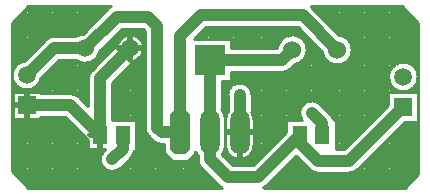
<source format=gtl>
G04*
G04 #@! TF.GenerationSoftware,Altium Limited,Altium Designer,18.1.9 (240)*
G04*
G04 Layer_Physical_Order=1*
G04 Layer_Color=255*
%FSLAX25Y25*%
%MOIN*%
G70*
G01*
G75*
%ADD12C,0.01000*%
G04:AMPARAMS|DCode=14|XSize=150mil|YSize=65mil|CornerRadius=0mil|HoleSize=0mil|Usage=FLASHONLY|Rotation=90.000|XOffset=0mil|YOffset=0mil|HoleType=Round|Shape=Octagon|*
%AMOCTAGOND14*
4,1,8,0.01625,0.07500,-0.01625,0.07500,-0.03250,0.05875,-0.03250,-0.05875,-0.01625,-0.07500,0.01625,-0.07500,0.03250,-0.05875,0.03250,0.05875,0.01625,0.07500,0.0*
%
%ADD14OCTAGOND14*%

%ADD15O,0.06500X0.15000*%
%ADD16R,0.10000X0.10000*%
%ADD17R,0.05118X0.06299*%
%ADD25C,0.02000*%
%ADD26C,0.04000*%
%ADD27R,0.05906X0.05906*%
%ADD28C,0.05906*%
%ADD29C,0.06000*%
%ADD30C,0.04000*%
D12*
X115500Y48000D02*
G03*
X111207Y52950I-5000J0D01*
G01*
X105550Y47293D02*
G03*
X115500Y48000I4950J707D01*
G01*
X137453Y39000D02*
G03*
X137453Y39000I-4953J0D01*
G01*
X100500Y48000D02*
G03*
X90550Y48707I-5000J0D01*
G01*
X96207Y43050D02*
G03*
X100500Y48000I-707J4950D01*
G01*
X92000Y40500D02*
G03*
X94828Y41672I0J4000D01*
G01*
X92000Y40500D02*
G03*
X94828Y41672I0J4000D01*
G01*
X82750Y24750D02*
G03*
X82000Y27312I-4750J0D01*
G01*
Y33000D02*
G03*
X74000Y33000I-4000J0D01*
G01*
X73250Y24750D02*
G03*
X72000Y28150I-5250J0D01*
G01*
X104828Y29828D02*
G03*
X98763Y24650I-2828J-2828D01*
G01*
X104828Y29828D02*
G03*
X98763Y24650I-2828J-2828D01*
G01*
X109331D02*
G03*
X108328Y26328I-3831J-1150D01*
G01*
X109331Y24650D02*
G03*
X108328Y26328I-3831J-1150D01*
G01*
X114500Y7000D02*
G03*
X117328Y8172I0J4000D01*
G01*
X114500Y7000D02*
G03*
X117328Y8172I0J4000D01*
G01*
X74000Y27312D02*
G03*
X73250Y24750I4000J-2562D01*
G01*
Y16250D02*
G03*
X82750Y16250I4750J0D01*
G01*
X72138Y13019D02*
G03*
X73250Y16250I-4138J3231D01*
G01*
X101172Y8172D02*
G03*
X104000Y7000I2828J2828D01*
G01*
X101172Y8172D02*
G03*
X104000Y7000I2828J2828D01*
G01*
X85956Y2000D02*
G03*
X86848Y2672I-1936J3500D01*
G01*
X85956Y2000D02*
G03*
X86848Y2672I-1936J3500D01*
G01*
X71172D02*
G03*
X72063Y2000I2828J2828D01*
G01*
X71172Y2672D02*
G03*
X72063Y2000I2828J2828D01*
G01*
X35063Y62500D02*
G03*
X34172Y61828I1936J-3500D01*
G01*
X35063Y62500D02*
G03*
X34172Y61828I1936J-3500D01*
G01*
X46000Y48500D02*
G03*
X37214Y49871I-4500J0D01*
G01*
X42871Y44214D02*
G03*
X46000Y48500I-1371J4286D01*
G01*
X23500Y44500D02*
G03*
X31450Y47793I3000J4000D01*
G01*
X28691Y41348D02*
G03*
X27520Y38520I2828J-2828D01*
G01*
X28691Y41348D02*
G03*
X27520Y38520I2828J-2828D01*
G01*
X25793Y53450D02*
G03*
X23500Y52500I707J-4950D01*
G01*
X16000D02*
G03*
X13172Y51328I0J-4000D01*
G01*
X16000Y52500D02*
G03*
X13172Y51328I0J-4000D01*
G01*
X24348Y32328D02*
G03*
X21520Y33500I-2828J-2828D01*
G01*
X24348Y32328D02*
G03*
X21520Y33500I-2828J-2828D01*
G01*
X6237Y44394D02*
G03*
X11894Y38737I763J-4894D01*
G01*
X49172Y17671D02*
G03*
X52000Y16500I2828J2828D01*
G01*
X46500Y22000D02*
G03*
X47672Y19172I4000J0D01*
G01*
X49172Y17671D02*
G03*
X52000Y16500I2828J2828D01*
G01*
X46500Y22000D02*
G03*
X47672Y19172I4000J0D01*
G01*
X41828Y12172D02*
G03*
X42947Y14350I-2828J2828D01*
G01*
X41828Y12172D02*
G03*
X42947Y14350I-2828J2828D01*
G01*
X64000Y11500D02*
G03*
X65172Y8672I4000J0D01*
G01*
X64000Y11500D02*
G03*
X65172Y8672I4000J0D01*
G01*
X63250Y14014D02*
G03*
X64000Y12849I4750J2236D01*
G01*
X32672Y14328D02*
G03*
X38328Y8672I2828J-2828D01*
G01*
X32672Y14328D02*
G03*
X38328Y8672I2828J-2828D01*
G01*
X132000Y62500D02*
X137500Y57000D01*
X114682Y50740D02*
X137500D01*
X113773Y51780D02*
X137500D01*
X115456Y48660D02*
X137500D01*
X115486Y47620D02*
X137500D01*
X115202Y49700D02*
X137500D01*
X113700Y51842D02*
Y62500D01*
X114740Y50650D02*
Y62500D01*
X112660Y52509D02*
Y62500D01*
X132420Y43952D02*
Y62080D01*
X133460Y43859D02*
Y61040D01*
X131380Y43824D02*
Y62500D01*
X130340Y43457D02*
Y62500D01*
X129300Y42780D02*
Y62500D01*
X128260Y41560D02*
Y62500D01*
X135540Y42910D02*
Y58960D01*
X136580Y41808D02*
Y57920D01*
X134500Y43531D02*
Y60000D01*
X125140Y27297D02*
Y62500D01*
X124100Y26257D02*
Y62500D01*
X123060Y25217D02*
Y62500D01*
X127220Y29377D02*
Y62500D01*
X126180Y28337D02*
Y62500D01*
X104057Y60100D02*
X134400D01*
X105097Y59060D02*
X135440D01*
X103017Y61140D02*
X133360D01*
X107177Y56980D02*
X137500D01*
X108217Y55940D02*
X137500D01*
X106137Y58020D02*
X136480D01*
X106420Y57737D02*
Y62500D01*
X107460Y56697D02*
Y62500D01*
X105380Y58777D02*
Y62500D01*
X101977Y62180D02*
X132320D01*
X108500Y55657D02*
Y62500D01*
X101646D02*
X132000D01*
X110297Y53860D02*
X137500D01*
X111620Y52873D02*
Y62500D01*
X109257Y54900D02*
X137500D01*
X111829Y52820D02*
X137500D01*
X109540Y54617D02*
Y62500D01*
X110580Y53577D02*
Y62500D01*
X101828Y62328D02*
X111207Y52950D01*
X100486Y47620D02*
X105223D01*
X97343Y55500D02*
X105550Y47293D01*
X115294Y46580D02*
X137500D01*
X114853Y45540D02*
X137500D01*
X114071Y44500D02*
X137500D01*
X136082Y42420D02*
X137500D01*
X136843Y41380D02*
X137500D01*
X134654Y43460D02*
X137500D01*
X137122Y37220D02*
X137500D01*
X112595Y43460D02*
X130346D01*
X136572Y36180D02*
X137500D01*
X135603Y35140D02*
X137500D01*
X133221Y34100D02*
X137500D01*
X135540Y33953D02*
Y35090D01*
X136580Y33953D02*
Y36192D01*
X129300Y33953D02*
Y35220D01*
X130340Y33953D02*
Y34543D01*
X134500Y33953D02*
Y34469D01*
X127547Y33953D02*
X137453D01*
X128260D02*
Y36440D01*
X127547Y29704D02*
Y33953D01*
X108500Y26146D02*
Y43417D01*
X108787Y25780D02*
X123623D01*
X107837Y26820D02*
X124663D01*
X95577Y42420D02*
X128918D01*
X94503Y41380D02*
X128157D01*
X75000Y40340D02*
X127732D01*
X80426Y36180D02*
X128428D01*
X81379Y35140D02*
X129397D01*
X72000Y37220D02*
X127878D01*
X100294Y46580D02*
X105706D01*
X99853Y45540D02*
X106147D01*
X99071Y44500D02*
X106929D01*
X97595Y43460D02*
X108405D01*
X75000Y39300D02*
X127556D01*
X75000Y38260D02*
X127603D01*
X81999Y33060D02*
X127547D01*
X82000Y32020D02*
X127547D01*
X81846Y34100D02*
X131779D01*
X104712Y29940D02*
X127547D01*
X105757Y28900D02*
X126743D01*
X102400Y30980D02*
X127547D01*
X106420Y28237D02*
Y45110D01*
X107460Y27197D02*
Y44030D01*
X105380Y29277D02*
Y47463D01*
X106797Y27860D02*
X125703D01*
X104828Y29828D02*
X108328Y26328D01*
X103300Y60857D02*
Y62500D01*
X104340Y59817D02*
Y62500D01*
X102260Y61897D02*
Y62500D01*
X98773Y51780D02*
X101063D01*
X99140Y51428D02*
Y53703D01*
X96829Y52820D02*
X100023D01*
X94980Y52973D02*
Y55500D01*
X93940Y52750D02*
Y55500D01*
X92900Y52271D02*
Y55500D01*
X97060Y52750D02*
Y55500D01*
X98100Y52271D02*
Y54743D01*
X96020Y52973D02*
Y55500D01*
X102260Y30992D02*
Y50583D01*
X101220Y30923D02*
Y51623D01*
X99682Y50740D02*
X102103D01*
X100456Y48660D02*
X104183D01*
X103300Y30783D02*
Y49543D01*
X100202Y49700D02*
X103143D01*
X91860Y51428D02*
Y55500D01*
X90820Y49760D02*
Y55500D01*
X89780Y48500D02*
Y55500D01*
X100180Y49760D02*
Y52663D01*
X84580Y48500D02*
Y55500D01*
X85620Y48500D02*
Y55500D01*
X83540Y48500D02*
Y55500D01*
X75000Y49700D02*
X90798D01*
X75000Y48660D02*
X90503D01*
X75000Y50740D02*
X91318D01*
X71060Y51500D02*
Y55500D01*
X72100Y51500D02*
Y55500D01*
X70020Y51500D02*
Y55500D01*
X74180Y51500D02*
Y55500D01*
X82500Y48500D02*
Y55500D01*
X73140Y51500D02*
Y55500D01*
X80420Y48500D02*
Y55500D01*
X81460Y48500D02*
Y55500D01*
X79380Y48500D02*
Y55500D01*
X87700Y48500D02*
Y55500D01*
X88740Y48500D02*
Y55500D01*
X86660Y48500D02*
Y55500D01*
X77300Y48500D02*
Y55500D01*
X78340Y48500D02*
Y55500D01*
X76260Y48500D02*
Y55500D01*
X75220Y48500D02*
Y55500D01*
X75000Y48500D02*
Y51500D01*
X100180Y30562D02*
Y46240D01*
X94828Y41672D02*
X96207Y43050D01*
X82000Y30980D02*
X101601D01*
X78340Y36985D02*
Y40500D01*
X77300Y36938D02*
Y40500D01*
X76260Y36602D02*
Y40500D01*
X80420Y36185D02*
Y40500D01*
X81460Y35007D02*
Y40500D01*
X79380Y36754D02*
Y40500D01*
X104340Y30244D02*
Y48503D01*
X99140Y29796D02*
Y44572D01*
X98100Y27889D02*
Y43729D01*
X82000Y28900D02*
X98480D01*
X82637Y25780D02*
X98191D01*
X82000Y29940D02*
X99288D01*
X82000Y27312D02*
Y33000D01*
X82500Y26270D02*
Y40500D01*
X82000Y27860D02*
X98093D01*
X82275Y26820D02*
X98004D01*
X75000Y40500D02*
X92000D01*
X75000Y37500D02*
Y40500D01*
Y48500D02*
X90343D01*
X75220Y35876D02*
Y40500D01*
X72000Y36180D02*
X75574D01*
X72000Y37500D02*
X75000D01*
X74180Y34186D02*
Y37500D01*
X72000Y35140D02*
X74621D01*
X72000Y33060D02*
X74001D01*
X72000Y34100D02*
X74154D01*
X72000Y32020D02*
X74000D01*
Y27312D02*
Y33000D01*
X72000Y30980D02*
X74000D01*
X72000Y28900D02*
X74000D01*
X72230Y27860D02*
X74000D01*
X72000Y29940D02*
X74000D01*
X72100Y28029D02*
Y37500D01*
X73140Y25819D02*
Y37500D01*
X72000Y28150D02*
Y37500D01*
X72825Y26820D02*
X73725D01*
X133204Y24047D02*
X137453D01*
X132857Y23700D02*
X137500D01*
X131817Y22660D02*
X137500D01*
X130777Y21620D02*
X137500D01*
X129737Y20580D02*
X137500D01*
X128697Y19540D02*
X137500D01*
X119940Y22097D02*
Y62500D01*
X118900Y21057D02*
Y62500D01*
X117860Y20017D02*
Y62500D01*
X122020Y24177D02*
Y62500D01*
X137453Y24047D02*
Y33953D01*
X120980Y23137D02*
Y62500D01*
X137500Y6500D02*
Y57000D01*
X136580Y5580D02*
Y24047D01*
X135540Y4540D02*
Y24047D01*
X134500Y3500D02*
Y24047D01*
X133460Y2460D02*
Y24047D01*
X127657Y18500D02*
X137500D01*
X131380Y2000D02*
Y22223D01*
X132420Y2000D02*
Y23263D01*
X130340Y2000D02*
Y21183D01*
X129300Y2000D02*
Y20143D01*
X128260Y2000D02*
Y19103D01*
X110059Y23700D02*
X121543D01*
X110059Y22660D02*
X120503D01*
X109303Y24740D02*
X122583D01*
X110059Y20580D02*
X118423D01*
X110059Y19540D02*
X117383D01*
X110059Y21620D02*
X119463D01*
X109540Y24650D02*
Y43093D01*
X109331Y24650D02*
X110059D01*
X116820Y18977D02*
Y62500D01*
X115780Y17937D02*
Y62500D01*
X114740Y16897D02*
Y45350D01*
X112843Y15000D02*
X127547Y29704D01*
X117328Y8172D02*
X133204Y24047D01*
X110059Y18500D02*
X116343D01*
X113700Y15857D02*
Y44158D01*
X112660Y15000D02*
Y43491D01*
X111620Y15000D02*
Y43127D01*
X110580Y15000D02*
Y43001D01*
X110059Y15000D02*
Y24650D01*
X126617Y17460D02*
X137500D01*
X125577Y16420D02*
X137500D01*
X124537Y15380D02*
X137500D01*
X123497Y14340D02*
X137500D01*
X122457Y13300D02*
X137500D01*
X121417Y12260D02*
X137500D01*
X124100Y2000D02*
Y14943D01*
X127220Y2000D02*
Y18063D01*
X120377Y11220D02*
X137500D01*
X119337Y10180D02*
X137500D01*
X118297Y9140D02*
X137500D01*
X117255Y8100D02*
X137500D01*
X125140Y2000D02*
Y15983D01*
X126180Y2000D02*
Y17023D01*
X123060Y2000D02*
Y13903D01*
X122020Y2000D02*
Y12863D01*
X133000Y2000D02*
X137500Y6500D01*
X120980Y2000D02*
Y11823D01*
X118900Y2000D02*
Y9743D01*
X119940Y2000D02*
Y10783D01*
X117860Y2000D02*
Y8703D01*
X116820Y2000D02*
Y7741D01*
X115780Y2000D02*
Y7210D01*
X115190Y7060D02*
X137500D01*
X90197Y6020D02*
X137020D01*
X89157Y4980D02*
X135980D01*
X88117Y3940D02*
X134940D01*
X87076Y2900D02*
X133900D01*
X110059Y16420D02*
X114263D01*
X110059Y15380D02*
X113223D01*
X110059Y17460D02*
X115303D01*
X110059Y15000D02*
X112843D01*
X104000Y7000D02*
X114500D01*
X113700Y2000D02*
Y7000D01*
X114740Y2000D02*
Y7007D01*
X112660Y2000D02*
Y7000D01*
X110580Y2000D02*
Y7000D01*
X111620Y2000D02*
Y7000D01*
X85956Y2000D02*
X133000D01*
X106420D02*
Y7000D01*
X107460Y2000D02*
Y7000D01*
X105380Y2000D02*
Y7000D01*
X109540Y2000D02*
Y7000D01*
X108500Y2000D02*
Y7000D01*
X96020Y24650D02*
Y42863D01*
X97060Y24650D02*
Y43250D01*
X94980Y24650D02*
Y41823D01*
X93461Y24650D02*
X98763D01*
X98100D02*
Y26111D01*
X82750Y24740D02*
X98700D01*
X93940Y24650D02*
Y41002D01*
X93461Y20598D02*
Y24650D01*
X92900Y20037D02*
Y40603D01*
X82750Y22660D02*
X93461D01*
X82750Y21620D02*
X93461D01*
X82750Y23700D02*
X93461D01*
X91860Y18997D02*
Y40500D01*
X90820Y17957D02*
Y40500D01*
X89780Y16917D02*
Y40500D01*
X88740Y15877D02*
Y40500D01*
X87700Y14837D02*
Y40500D01*
X82750Y18500D02*
X91363D01*
X86660Y13797D02*
Y40500D01*
X85620Y12757D02*
Y40500D01*
X84580Y11717D02*
Y40500D01*
X83540Y10677D02*
Y40500D01*
X82750Y16250D02*
Y24750D01*
Y19540D02*
X92403D01*
X82750Y17460D02*
X90323D01*
X82750Y20580D02*
X93443D01*
X82750Y16420D02*
X89283D01*
X82670Y15380D02*
X88243D01*
X82349Y14340D02*
X87203D01*
X73250Y16250D02*
Y24750D01*
Y16250D02*
Y24750D01*
X72890Y14340D02*
X73651D01*
X82363Y9500D02*
X93461Y20598D01*
X81723Y13300D02*
X86163D01*
X82500Y9637D02*
Y14729D01*
X81460Y9500D02*
Y12995D01*
X73140Y12017D02*
Y15181D01*
X74180Y10977D02*
Y13427D01*
X72343Y13300D02*
X74277D01*
X72138Y13019D02*
X75657Y9500D01*
X96760Y12583D02*
X101172Y8172D01*
X92277Y8100D02*
X101245D01*
X104340Y2000D02*
Y7000D01*
X91237Y7060D02*
X103310D01*
X96437Y12260D02*
X97083D01*
X99140Y2000D02*
Y10203D01*
X95397Y11220D02*
X98123D01*
X94357Y10180D02*
X99163D01*
X100180Y2000D02*
Y9163D01*
X93317Y9140D02*
X100203D01*
X97060Y2000D02*
Y12283D01*
X98100Y2000D02*
Y11243D01*
X96020Y2000D02*
Y11843D01*
X102260Y2000D02*
Y7398D01*
X103300Y2000D02*
Y7062D01*
X101220Y2000D02*
Y8124D01*
X93940Y2000D02*
Y9764D01*
X94980Y2000D02*
Y10803D01*
X92900Y2000D02*
Y8723D01*
X91860Y2000D02*
Y7683D01*
X90820Y2000D02*
Y6643D01*
X80578Y12260D02*
X85123D01*
X80420Y9500D02*
Y12162D01*
X79380Y9500D02*
Y11705D01*
X74977Y10180D02*
X83043D01*
X75657Y9500D02*
X82363D01*
X73937Y11220D02*
X84083D01*
X75220Y9937D02*
Y12398D01*
X76260Y9500D02*
Y11830D01*
X72897Y12260D02*
X75422D01*
X78340Y9500D02*
Y11512D01*
X77300Y9500D02*
Y11552D01*
X88740Y2000D02*
Y4563D01*
X89780Y2000D02*
Y5604D01*
X86848Y2672D02*
X96760Y12583D01*
X87700Y2000D02*
Y3523D01*
X71060Y2000D02*
Y2783D01*
X70020Y2000D02*
Y3823D01*
X86660Y2000D02*
Y2495D01*
X66657Y55500D02*
X97343D01*
X66057Y54900D02*
X97943D01*
X45843Y55000D02*
X46500Y54343D01*
X65017Y53860D02*
X98983D01*
X63977Y52820D02*
X94170D01*
X42760D02*
X46500D01*
X41940Y52978D02*
Y55000D01*
X40900Y52960D02*
Y55000D01*
X39860Y52691D02*
Y55000D01*
X38657D02*
X45843D01*
X42980Y52750D02*
Y55000D01*
X38557Y54900D02*
X45943D01*
X67940Y51500D02*
Y55500D01*
X68980Y51500D02*
Y55500D01*
X66900Y51500D02*
Y55500D01*
X64820Y51500D02*
Y53663D01*
X65860Y51500D02*
Y54703D01*
X62657Y51500D02*
X66657Y55500D01*
X44020Y52228D02*
Y55000D01*
X45060Y51253D02*
Y55000D01*
X38820Y52115D02*
Y55000D01*
X63780Y51500D02*
Y52623D01*
X7000Y62500D02*
X35063D01*
X7000Y62180D02*
X34574D01*
X33620Y61277D02*
Y62500D01*
X6140Y61140D02*
X33483D01*
X32580Y60237D02*
Y62500D01*
X31540Y59197D02*
Y62500D01*
X30500Y58157D02*
Y62500D01*
X5100Y60100D02*
X32443D01*
X4060Y59060D02*
X31403D01*
X3020Y58020D02*
X30363D01*
X37517Y53860D02*
X46500D01*
X37780Y51032D02*
Y54123D01*
X31450Y47793D02*
X38657Y55000D01*
X36477Y52820D02*
X40240D01*
X35437Y51780D02*
X38419D01*
X29460Y57117D02*
Y62500D01*
X25793Y53450D02*
X34172Y61828D01*
X2000Y56980D02*
X29323D01*
X36740Y49397D02*
Y53083D01*
X35700Y48357D02*
Y52043D01*
X62937Y51780D02*
X92227D01*
X62657Y51500D02*
X75000D01*
X44581Y51780D02*
X46500D01*
X45837Y49700D02*
X46500D01*
X45997Y48660D02*
X46500D01*
X45403Y50740D02*
X46500D01*
X45913Y47620D02*
X46500D01*
X45570Y46580D02*
X46500D01*
X44889Y45540D02*
X46500D01*
X43562Y44500D02*
X46500D01*
X42117Y43460D02*
X46500D01*
X41077Y42420D02*
X46500D01*
X40037Y41380D02*
X46500D01*
X38997Y40340D02*
X46500D01*
X37957Y39300D02*
X46500D01*
X35520Y35140D02*
X46500D01*
X36917Y38260D02*
X46500D01*
X35877Y37220D02*
X46500D01*
X35520Y34100D02*
X46500D01*
X34397Y50740D02*
X37597D01*
X34660Y47317D02*
Y51003D01*
X33357Y49700D02*
X37043D01*
X32317Y48660D02*
X36003D01*
X31422Y47620D02*
X34963D01*
X31117Y46580D02*
X33923D01*
X33620Y46277D02*
Y49963D01*
X32580Y45237D02*
Y48923D01*
X31540Y44197D02*
Y47883D01*
X30530Y45540D02*
X32883D01*
X29500Y44500D02*
X31843D01*
X30500Y43157D02*
Y45500D01*
X35520Y36863D02*
X42871Y44214D01*
X28691Y41348D02*
X37214Y49871D01*
X35520Y36180D02*
X46500D01*
X35520Y33060D02*
X46500D01*
X16617Y43460D02*
X30803D01*
X15577Y42420D02*
X29763D01*
X29460Y42117D02*
Y44470D01*
X14537Y41380D02*
X28723D01*
X28420Y56077D02*
Y62500D01*
X27380Y55037D02*
Y62500D01*
X26340Y53997D02*
Y62500D01*
X25300Y53354D02*
Y62500D01*
X24260Y52970D02*
Y62500D01*
X20100Y52500D02*
Y62500D01*
X21140Y52500D02*
Y62500D01*
X19060Y52500D02*
Y62500D01*
X22180Y52500D02*
Y62500D01*
X23220Y52500D02*
Y62500D01*
X16000Y52500D02*
X23500D01*
X16980D02*
Y62500D01*
X18020Y52500D02*
Y62500D01*
X19060Y33500D02*
Y44500D01*
X21140Y33500D02*
Y44500D01*
X13860Y51879D02*
Y62500D01*
X12820Y50977D02*
Y62500D01*
X11780Y49937D02*
Y62500D01*
X15940Y52500D02*
Y62500D01*
X14900Y52346D02*
Y62500D01*
X2000Y54900D02*
X27243D01*
X2000Y53860D02*
X26203D01*
X2000Y55940D02*
X28283D01*
X2000Y51780D02*
X13711D01*
X2000Y50740D02*
X12583D01*
X2000Y52820D02*
X23982D01*
X10740Y48897D02*
Y62500D01*
X9700Y47857D02*
Y62500D01*
X7000Y62000D02*
Y62500D01*
X2000Y49700D02*
X11543D01*
X2000Y48660D02*
X10503D01*
X2000Y57000D02*
X7000Y62000D01*
X8660Y46817D02*
Y62500D01*
X7620Y45777D02*
Y62500D01*
X6237Y44394D02*
X13172Y51328D01*
X2000Y46580D02*
X8423D01*
X2000Y45540D02*
X7383D01*
X2000Y47620D02*
X9463D01*
X6580Y44737D02*
Y61580D01*
X5540Y44233D02*
Y60540D01*
X4500Y43775D02*
Y59500D01*
X3460Y42964D02*
Y58460D01*
X2420Y41385D02*
Y57420D01*
X17657Y44500D02*
X23500D01*
X28420Y41048D02*
Y43883D01*
X17657Y44500D02*
X23500D01*
X13497Y40340D02*
X27958D01*
X12457Y39300D02*
X27597D01*
X11795Y38260D02*
X27520D01*
X18020Y33500D02*
Y44500D01*
X20100Y33500D02*
Y44500D01*
X11894Y38737D02*
X17657Y44500D01*
X15940Y33500D02*
Y42783D01*
X16980Y33500D02*
Y43823D01*
X11780Y33500D02*
Y38203D01*
X23220Y33121D02*
Y44500D01*
X24260Y32414D02*
Y44030D01*
X22180Y33445D02*
Y44500D01*
X23344Y33060D02*
X27520D01*
X13860Y33500D02*
Y40703D01*
X14900Y33500D02*
Y41743D01*
X12820Y33500D02*
Y39663D01*
X11453Y33500D02*
X21520D01*
X11453D02*
Y33953D01*
X11397Y37220D02*
X27520D01*
X2000Y44500D02*
X6343D01*
X10675Y36180D02*
X27520D01*
X9349Y35140D02*
X27520D01*
X2000D02*
X4651D01*
X2000Y42420D02*
X3000D01*
X2000Y41380D02*
X2418D01*
X2000Y43460D02*
X4025D01*
X2000Y36180D02*
X3325D01*
X2000Y37220D02*
X2603D01*
X9700Y33953D02*
Y35348D01*
X10740Y33953D02*
Y36253D01*
X8660Y33953D02*
Y34834D01*
X2547Y33953D02*
X11453D01*
X7620D02*
Y34586D01*
X2000Y34100D02*
X27520D01*
X4500Y33953D02*
Y35225D01*
X5540Y33953D02*
Y34767D01*
X3460Y33953D02*
Y36036D01*
X6580Y33953D02*
Y34565D01*
X2000Y33060D02*
X2547D01*
X47672Y19172D02*
X49172Y17671D01*
X52000Y16500D02*
X52750D01*
X43559Y15380D02*
X52750D01*
X43559Y23700D02*
X46500D01*
Y22000D02*
Y54343D01*
X43559Y22660D02*
X46500D01*
X43559Y21620D02*
X46518D01*
X43559Y20580D02*
X46760D01*
X49220Y2000D02*
Y17624D01*
X50260Y2000D02*
Y16898D01*
X48180Y2000D02*
Y18663D01*
X52750Y13625D02*
Y16500D01*
X52340Y2000D02*
Y16500D01*
X51300Y2000D02*
Y16562D01*
X45060Y2000D02*
Y45748D01*
X46100Y2000D02*
Y54743D01*
X44020Y2000D02*
Y44772D01*
X47140Y2000D02*
Y19830D01*
X43559Y14350D02*
Y24650D01*
X35520Y30980D02*
X46500D01*
X35520Y29940D02*
X46500D01*
X35520Y32020D02*
X46500D01*
X35520Y27860D02*
X46500D01*
X35520Y26820D02*
X46500D01*
X35520Y28900D02*
X46500D01*
X41940Y24650D02*
Y43283D01*
X42980Y24650D02*
Y44250D01*
X40900Y24650D02*
Y42243D01*
X35520Y25780D02*
X46500D01*
X38820Y24650D02*
Y40163D01*
X35520Y24740D02*
X46500D01*
X43559Y19540D02*
X47346D01*
X43559Y18500D02*
X48343D01*
X35520Y24650D02*
X43559D01*
Y17460D02*
X49400D01*
X43559Y16420D02*
X52750D01*
X42945Y14340D02*
X52750D01*
X39860Y24650D02*
Y41203D01*
X42980Y2000D02*
Y14350D01*
X42947D02*
X43559D01*
X60845Y11220D02*
X64010D01*
X65172Y8672D02*
X71172Y2672D01*
X67940Y2000D02*
Y5903D01*
X64820Y2000D02*
Y9074D01*
X63250Y13625D02*
Y14014D01*
X60625Y11000D02*
X63250Y13625D01*
X62925Y13300D02*
X63657D01*
X64000Y11500D02*
Y12849D01*
X61885Y12260D02*
X64000D01*
X62740Y2000D02*
Y13115D01*
X63780Y2000D02*
Y13127D01*
X61700Y2000D02*
Y12075D01*
X66900Y2000D02*
Y6943D01*
X68980Y2000D02*
Y4863D01*
X65860Y2000D02*
Y7983D01*
X59620Y2000D02*
Y11000D01*
X60660Y2000D02*
Y11035D01*
X58580Y2000D02*
Y11000D01*
X57540Y2000D02*
Y11000D01*
X56500Y2000D02*
Y11000D01*
X55375D02*
X60625D01*
X39837Y10180D02*
X64224D01*
X38797Y9140D02*
X64770D01*
X37607Y8100D02*
X65743D01*
X3480Y6020D02*
X67823D01*
X2440Y7060D02*
X66783D01*
X42621Y13300D02*
X53075D01*
X52750Y13625D02*
X55375Y11000D01*
X41914Y12260D02*
X54115D01*
X40877Y11220D02*
X55155D01*
X38328Y8672D02*
X41828Y12172D01*
X54420Y2000D02*
Y11955D01*
X55460Y2000D02*
Y11000D01*
X4520Y4980D02*
X68863D01*
X6600Y2900D02*
X70943D01*
X7000Y2000D02*
X72063D01*
X5560Y3940D02*
X69903D01*
X41940Y2000D02*
Y12288D01*
X53380Y2000D02*
Y12995D01*
X40900Y2000D02*
Y11243D01*
X39860Y2000D02*
Y10203D01*
X38820Y2000D02*
Y9163D01*
X35700Y24650D02*
Y37043D01*
X37780Y24650D02*
Y39123D01*
X35520Y24650D02*
Y36863D01*
X25697Y30980D02*
X27520D01*
X26737Y29940D02*
X27520D01*
X24348Y32328D02*
X27520Y29157D01*
X26340Y30336D02*
Y43503D01*
X27380Y29297D02*
Y43578D01*
X25300Y31376D02*
Y43646D01*
X24656Y32020D02*
X27520D01*
Y29157D02*
Y38520D01*
X11453Y25500D02*
X19863D01*
X36740Y24650D02*
Y38083D01*
X19863Y25500D02*
X27461Y17902D01*
X19060Y2000D02*
Y25500D01*
X18020Y2000D02*
Y25500D01*
X20100Y2000D02*
Y25263D01*
X16980Y2000D02*
Y25500D01*
X12820Y2000D02*
Y25500D01*
X13860Y2000D02*
Y25500D01*
X11780Y2000D02*
Y25500D01*
X15940Y2000D02*
Y25500D01*
X14900Y2000D02*
Y25500D01*
X2000Y32020D02*
X2547D01*
X11453Y25047D02*
Y25500D01*
X2000Y29940D02*
X2547D01*
X2000Y30980D02*
X2547D01*
Y25047D02*
Y33953D01*
X2000Y28900D02*
X2547D01*
X2000Y26820D02*
X2547D01*
X2000Y25780D02*
X2547D01*
X2000Y27860D02*
X2547D01*
X7620Y2000D02*
Y25047D01*
X8660Y2000D02*
Y25047D01*
X6580Y2920D02*
Y25047D01*
X9700Y2000D02*
Y25047D01*
X10740Y2000D02*
Y25047D01*
X2547D02*
X11453D01*
X2420Y7080D02*
Y37615D01*
X3460Y6040D02*
Y25047D01*
X2000Y7500D02*
Y57000D01*
X5540Y3960D02*
Y25047D01*
X4500Y5000D02*
Y25047D01*
X32672Y14328D02*
X33193Y14850D01*
X32580Y14234D02*
Y14850D01*
X27461D02*
X33193D01*
X33620Y2000D02*
Y7969D01*
X24260Y2000D02*
Y21103D01*
X31540Y12064D02*
Y14850D01*
X32580Y2000D02*
Y8766D01*
X27461Y14850D02*
Y17902D01*
X31540Y2000D02*
Y10936D01*
X37780Y2000D02*
Y8213D01*
X30500Y2000D02*
Y14850D01*
X35700Y2000D02*
Y7505D01*
X36740Y2000D02*
Y7697D01*
X34660Y2000D02*
Y7589D01*
X26340Y2000D02*
Y19023D01*
X27380Y2000D02*
Y17983D01*
X25300Y2000D02*
Y20063D01*
X29460Y2000D02*
Y14850D01*
X28420Y2000D02*
Y14850D01*
X2000Y18500D02*
X26863D01*
X2000Y17460D02*
X27461D01*
X2000Y19540D02*
X25823D01*
X2000Y15380D02*
X27461D01*
X2000Y14340D02*
X32683D01*
X2000Y16420D02*
X27461D01*
X2000Y23700D02*
X21663D01*
X2000Y22660D02*
X22703D01*
X2000Y24740D02*
X20623D01*
X2000Y20580D02*
X24783D01*
X2000Y21620D02*
X23743D01*
X2000Y12260D02*
X31573D01*
X2000Y11220D02*
X31510D01*
X2000Y13300D02*
X31928D01*
X2000Y9140D02*
X32270D01*
X2000Y8100D02*
X33393D01*
X2000Y10180D02*
X31724D01*
X22180Y2000D02*
Y23183D01*
X23220Y2000D02*
Y22143D01*
X21140Y2000D02*
Y24223D01*
X7000Y2000D02*
Y2500D01*
X2000Y7500D02*
X7000Y2500D01*
D14*
X58000Y20500D02*
D03*
D15*
X78000D02*
D03*
X68000D02*
D03*
D16*
Y44500D02*
D03*
D17*
X105500Y19500D02*
D03*
X98020D02*
D03*
X39000D02*
D03*
X31520D02*
D03*
D25*
X73750Y20500D02*
X78000D01*
X82250D01*
X78000Y12000D02*
Y20500D01*
X41500Y48500D02*
Y52500D01*
Y48500D02*
X45500D01*
X37500D02*
X41500D01*
Y44500D02*
Y48500D01*
X3047Y29500D02*
X7000D01*
Y33453D01*
Y25547D02*
Y29500D01*
X27961Y19500D02*
X31520D01*
Y15350D02*
Y19500D01*
D26*
X105500D02*
Y23500D01*
X102000Y27000D02*
X105500Y23500D01*
X39000Y15000D02*
Y19500D01*
X35500Y11500D02*
X39000Y15000D01*
X52000Y20500D02*
X58000D01*
X50500Y22000D02*
X52000Y20500D01*
X50500Y22000D02*
Y56000D01*
X47500Y59000D02*
X50500Y56000D01*
X37000Y59000D02*
X47500D01*
X26500Y48500D02*
X37000Y59000D01*
X99000Y59500D02*
X110500Y48000D01*
X65000Y59500D02*
X99000D01*
X58000Y52500D02*
X65000Y59500D01*
X58000Y20500D02*
Y52500D01*
X78000Y20500D02*
Y33000D01*
X31520Y38520D02*
X41500Y48500D01*
X31520Y19500D02*
Y38520D01*
X21520Y29500D02*
X31520Y19500D01*
X7000Y29500D02*
X21520D01*
X7000Y39500D02*
X16000Y48500D01*
X26500D01*
X92000Y44500D02*
X95500Y48000D01*
X68000Y44500D02*
X92000D01*
X68000Y20500D02*
Y44500D01*
Y11500D02*
Y20500D01*
Y11500D02*
X74000Y5500D01*
X84020D01*
X98020Y19500D01*
Y16980D02*
Y19500D01*
Y16980D02*
X104000Y11000D01*
X114500D01*
X132500Y29000D01*
D27*
D03*
X7000Y29500D02*
D03*
D28*
X132500Y39000D02*
D03*
X7000Y39500D02*
D03*
D29*
X95500Y48000D02*
D03*
X110500D02*
D03*
X41500Y48500D02*
D03*
X26500D02*
D03*
D30*
X102000Y27000D02*
D03*
X35500Y11500D02*
D03*
X78000Y33000D02*
D03*
M02*

</source>
